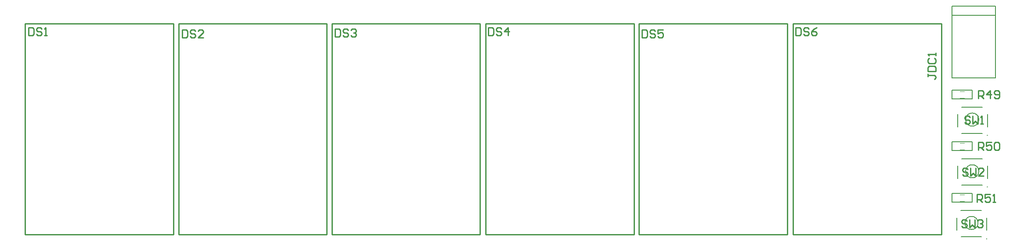
<source format=gto>
G04*
G04 #@! TF.GenerationSoftware,Altium Limited,Altium Designer,18.0.7 (293)*
G04*
G04 Layer_Color=65535*
%FSTAX24Y24*%
%MOIN*%
G70*
G01*
G75*
%ADD10C,0.0060*%
%ADD11C,0.0100*%
%ADD12C,0.0040*%
%ADD13C,0.0050*%
%ADD14C,0.0070*%
D10*
X073069Y042802D02*
G03*
X073069Y042802I-0005J0D01*
G01*
Y038865D02*
G03*
X073069Y038865I-0005J0D01*
G01*
X07301Y034928D02*
G03*
X07301Y034928I-0005J0D01*
G01*
X071769Y043752D02*
X073319D01*
X073719Y042252D02*
Y043202D01*
X071779Y041752D02*
X073319D01*
X071469Y042252D02*
Y043202D01*
X071769Y039815D02*
X073319D01*
X073719Y038315D02*
Y039265D01*
X071779Y037815D02*
X073319D01*
X071469Y038315D02*
Y039265D01*
X07171Y035878D02*
X07326D01*
X07366Y034378D02*
Y035328D01*
X07172Y033878D02*
X07326D01*
X07141Y034378D02*
Y035328D01*
D11*
X047282Y034059D02*
Y050109D01*
X058532Y034059D02*
Y050109D01*
X047282Y034059D02*
X058532D01*
X047282Y050109D02*
X058532D01*
X046897Y034059D02*
Y050109D01*
X035647Y034059D02*
Y050109D01*
X046897D01*
X035647Y034059D02*
X046897D01*
X023962Y050109D02*
X035212D01*
X023962Y034059D02*
X035212D01*
Y050109D01*
X023962Y034059D02*
Y050109D01*
X023578Y034059D02*
Y050109D01*
X012328Y034059D02*
Y050109D01*
X023578D01*
X012328Y034059D02*
X023578D01*
X058967D02*
X070217D01*
X058967Y050109D02*
X070217D01*
X058967Y034059D02*
Y050109D01*
X070217Y034059D02*
Y050109D01*
X011918Y034059D02*
Y050109D01*
X000668Y034059D02*
Y050109D01*
X011918D01*
X000668Y034059D02*
X011918D01*
X072179Y035094D02*
X072079Y035194D01*
X071879D01*
X071779Y035094D01*
Y034994D01*
X071879Y034894D01*
X072079D01*
X072179Y034794D01*
Y034694D01*
X072079Y034594D01*
X071879D01*
X071779Y034694D01*
X072379Y035194D02*
Y034594D01*
X072579Y034794D01*
X072779Y034594D01*
Y035194D01*
X072979Y035094D02*
X073079Y035194D01*
X073279D01*
X073378Y035094D01*
Y034994D01*
X073279Y034894D01*
X073179D01*
X073279D01*
X073378Y034794D01*
Y034694D01*
X073279Y034594D01*
X073079D01*
X072979Y034694D01*
X072238Y039031D02*
X072138Y039131D01*
X071938D01*
X071838Y039031D01*
Y038931D01*
X071938Y038831D01*
X072138D01*
X072238Y038731D01*
Y038631D01*
X072138Y038531D01*
X071938D01*
X071838Y038631D01*
X072438Y039131D02*
Y038531D01*
X072638Y038731D01*
X072838Y038531D01*
Y039131D01*
X073438Y038531D02*
X073038D01*
X073438Y038931D01*
Y039031D01*
X073338Y039131D01*
X073138D01*
X073038Y039031D01*
X072397Y042968D02*
X072297Y043068D01*
X072097D01*
X071997Y042968D01*
Y042868D01*
X072097Y042768D01*
X072297D01*
X072397Y042668D01*
Y042568D01*
X072297Y042468D01*
X072097D01*
X071997Y042568D01*
X072597Y043068D02*
Y042468D01*
X072797Y042668D01*
X072997Y042468D01*
Y043068D01*
X073197Y042468D02*
X073397D01*
X073297D01*
Y043068D01*
X073197Y042968D01*
X072922Y036531D02*
Y037131D01*
X073222D01*
X073322Y037031D01*
Y036831D01*
X073222Y036731D01*
X072922D01*
X073122D02*
X073322Y036531D01*
X073922Y037131D02*
X073522D01*
Y036831D01*
X073722Y036931D01*
X073822D01*
X073922Y036831D01*
Y036631D01*
X073822Y036531D01*
X073622D01*
X073522Y036631D01*
X074122Y036531D02*
X074322D01*
X074222D01*
Y037131D01*
X074122Y037031D01*
X073019Y040468D02*
Y041068D01*
X073319D01*
X073419Y040968D01*
Y040768D01*
X073319Y040668D01*
X073019D01*
X073219D02*
X073419Y040468D01*
X074019Y041068D02*
X073619D01*
Y040768D01*
X073819Y040868D01*
X073919D01*
X074019Y040768D01*
Y040568D01*
X073919Y040468D01*
X073719D01*
X073619Y040568D01*
X074219Y040968D02*
X074319Y041068D01*
X074519D01*
X074619Y040968D01*
Y040568D01*
X074519Y040468D01*
X074319D01*
X074219Y040568D01*
Y040968D01*
X073019Y044405D02*
Y045005D01*
X073319D01*
X073419Y044905D01*
Y044705D01*
X073319Y044605D01*
X073019D01*
X073219D02*
X073419Y044405D01*
X073919D02*
Y045005D01*
X073619Y044705D01*
X074019D01*
X074219Y044505D02*
X074319Y044405D01*
X074519D01*
X074619Y044505D01*
Y044905D01*
X074519Y045005D01*
X074319D01*
X074219Y044905D01*
Y044805D01*
X074319Y044705D01*
X074619D01*
X069188Y04627D02*
Y04607D01*
Y04617D01*
X069688D01*
X069788Y04607D01*
Y04597D01*
X069688Y04587D01*
X069188Y04647D02*
X069788D01*
Y04677D01*
X069688Y04687D01*
X069288D01*
X069188Y04677D01*
Y04647D01*
X069288Y04747D02*
X069188Y04737D01*
Y04717D01*
X069288Y04707D01*
X069688D01*
X069788Y04717D01*
Y04737D01*
X069688Y04747D01*
X069788Y04767D02*
Y04787D01*
Y04777D01*
X069188D01*
X069288Y04767D01*
X059167Y049803D02*
Y049203D01*
X059467D01*
X059567Y049303D01*
Y049703D01*
X059467Y049803D01*
X059167D01*
X060167Y049703D02*
X060067Y049803D01*
X059867D01*
X059767Y049703D01*
Y049603D01*
X059867Y049503D01*
X060067D01*
X060167Y049403D01*
Y049303D01*
X060067Y049203D01*
X059867D01*
X059767Y049303D01*
X060767Y049803D02*
X060567Y049703D01*
X060367Y049503D01*
Y049303D01*
X060467Y049203D01*
X060667D01*
X060767Y049303D01*
Y049403D01*
X060667Y049503D01*
X060367D01*
X047497Y049653D02*
Y049053D01*
X047797D01*
X047897Y049153D01*
Y049553D01*
X047797Y049653D01*
X047497D01*
X048497Y049553D02*
X048397Y049653D01*
X048197D01*
X048097Y049553D01*
Y049453D01*
X048197Y049353D01*
X048397D01*
X048497Y049253D01*
Y049153D01*
X048397Y049053D01*
X048197D01*
X048097Y049153D01*
X049097Y049653D02*
X048697D01*
Y049353D01*
X048897Y049453D01*
X048997D01*
X049097Y049353D01*
Y049153D01*
X048997Y049053D01*
X048797D01*
X048697Y049153D01*
X035828Y049803D02*
Y049203D01*
X036127D01*
X036227Y049303D01*
Y049703D01*
X036127Y049803D01*
X035828D01*
X036827Y049703D02*
X036727Y049803D01*
X036527D01*
X036427Y049703D01*
Y049603D01*
X036527Y049503D01*
X036727D01*
X036827Y049403D01*
Y049303D01*
X036727Y049203D01*
X036527D01*
X036427Y049303D01*
X037327Y049203D02*
Y049803D01*
X037027Y049503D01*
X037427D01*
X024208Y049703D02*
Y049103D01*
X024508D01*
X024608Y049203D01*
Y049603D01*
X024508Y049703D01*
X024208D01*
X025207Y049603D02*
X025107Y049703D01*
X024907D01*
X024807Y049603D01*
Y049503D01*
X024907Y049403D01*
X025107D01*
X025207Y049303D01*
Y049203D01*
X025107Y049103D01*
X024907D01*
X024807Y049203D01*
X025407Y049603D02*
X025507Y049703D01*
X025707D01*
X025807Y049603D01*
Y049503D01*
X025707Y049403D01*
X025607D01*
X025707D01*
X025807Y049303D01*
Y049203D01*
X025707Y049103D01*
X025507D01*
X025407Y049203D01*
X012588Y049653D02*
Y049053D01*
X012888D01*
X012988Y049153D01*
Y049553D01*
X012888Y049653D01*
X012588D01*
X013587Y049553D02*
X013488Y049653D01*
X013288D01*
X013188Y049553D01*
Y049453D01*
X013288Y049353D01*
X013488D01*
X013587Y049253D01*
Y049153D01*
X013488Y049053D01*
X013288D01*
X013188Y049153D01*
X014187Y049053D02*
X013787D01*
X014187Y049453D01*
Y049553D01*
X014087Y049653D01*
X013887D01*
X013787Y049553D01*
X000918Y049803D02*
Y049203D01*
X001218D01*
X001318Y049303D01*
Y049703D01*
X001218Y049803D01*
X000918D01*
X001918Y049703D02*
X001818Y049803D01*
X001618D01*
X001518Y049703D01*
Y049603D01*
X001618Y049503D01*
X001818D01*
X001918Y049403D01*
Y049303D01*
X001818Y049203D01*
X001618D01*
X001518Y049303D01*
X002118Y049203D02*
X002317D01*
X002218D01*
Y049803D01*
X002118Y049703D01*
D12*
X071624Y040518D02*
X071964D01*
X071624Y041018D02*
X071964D01*
X071624Y044455D02*
X071964D01*
X071624Y044955D02*
X071964D01*
X071624Y037081D02*
X071964D01*
X071624Y036581D02*
X071964D01*
D13*
X071034Y041108D02*
X072564D01*
X071034Y040438D02*
Y041108D01*
Y040438D02*
X072564D01*
Y041108D01*
X071034Y045045D02*
X072564D01*
X071034Y044375D02*
Y045045D01*
Y044375D02*
X072564D01*
Y045045D01*
X072564Y036501D02*
Y037171D01*
X071034Y036501D02*
X072564D01*
X071034D02*
Y037171D01*
X072564D01*
D14*
X073709Y041602D02*
X073719Y041612D01*
X073709Y037665D02*
X073719Y037675D01*
X07365Y033728D02*
X07366Y033738D01*
X071035Y050745D02*
X074335D01*
X071035Y045995D02*
Y051445D01*
X074335Y045995D02*
Y051445D01*
X071035Y045995D02*
X074335D01*
X071035Y051445D02*
X074335D01*
M02*

</source>
